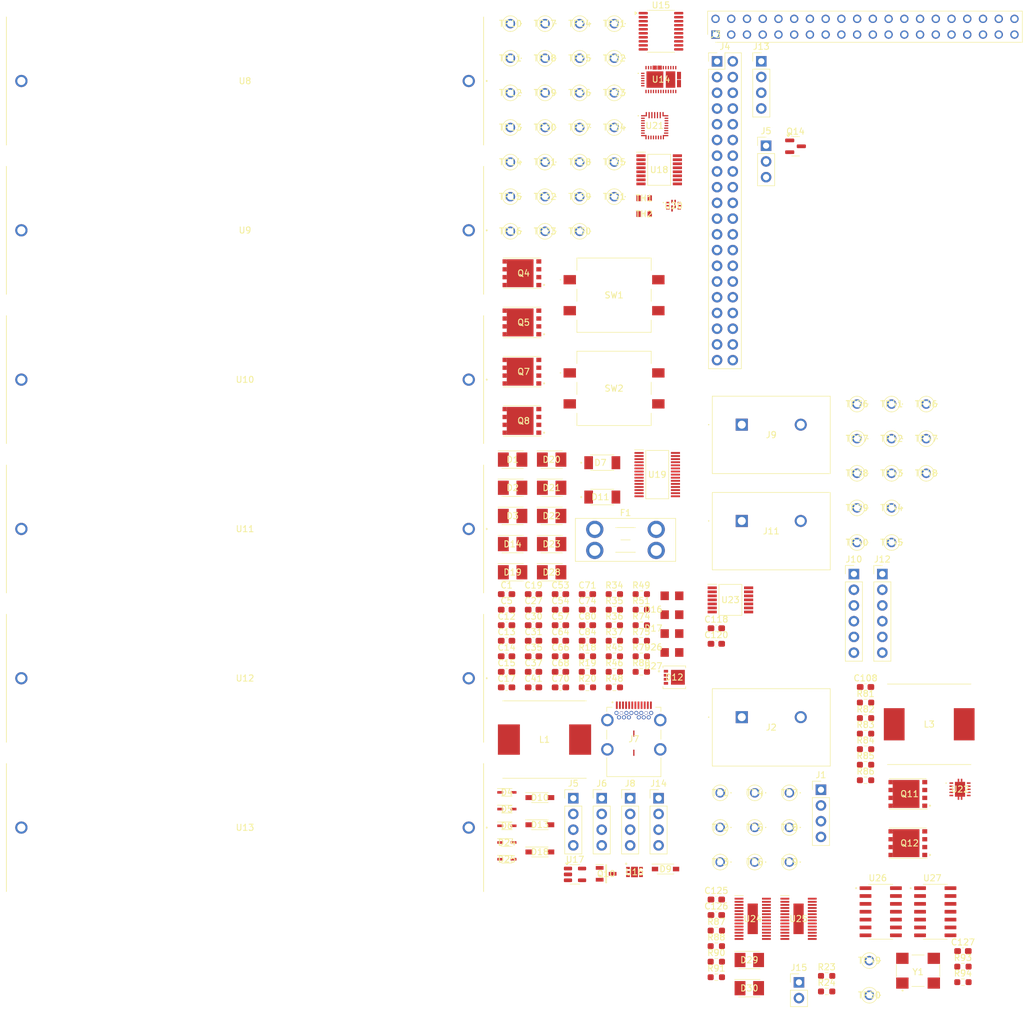
<source format=kicad_pcb>
(kicad_pcb (version 20241229) (generator "pcbnew") (generator_version "9.0")
  (layers (0 "F.Cu" signal) (2 "B.Cu" signal) (13 "F.Paste" user) (15 "B.Paste" user) (5 "F.SilkS" user "F.Silkscreen") (7 "B.SilkS" user "B.Silkscreen") (1 "F.Mask" user) (3 "B.Mask" user) (25 "Edge.Cuts" user))
  (net 0 "")
  (net 1 "GND")
  (net 2 "/BMS Protection Board/REGOUT")
  (net 3 "/BMS Protection Board/VC5")
  (net 4 "/BMS Protection Board/VC2")
  (net 5 "/BMS Protection Board/VC1")
  (net 6 "/BMS Protection Board/VC0")
  (net 7 "/BMS Protection Board/SRP")
  (net 8 "/BMS Protection Board/SRN")
  (net 9 "/BATT+")
  (net 10 "/P5V0")
  (net 11 "/BATT-")
  (net 12 "/BMS Protection Board/BAT")
  (net 13 "/BMS Protection Board/CAP1")
  (net 14 "/PACK+")
  (net 15 "/MOTOR2_nFAULT")
  (net 16 "/BMS Protection Board/TS1")
  (net 17 "/C2")
  (net 18 "/C1")
  (net 19 "/BMS Protection Board/CHG")
  (net 20 "/BMS Protection Board/DSG")
  (net 21 "/BMS Protection Board/DSG_EN")
  (net 22 "/BMS Protection Board/CHG_EN")
  (net 23 "/BMS Protection Board/P3V3")
  (net 24 "/MOTOR1_nFAULT")
  (net 25 "/BMS Protection Board/USB_C_N")
  (net 26 "/BMS Protection Board/USB_C_P")
  (net 27 "/BMS Protection Board/PACK-")
  (net 28 "Net-(D1-Pad1)")
  (net 29 "Net-(D2-Pad1)")
  (net 30 "Net-(D3-Pad1)")
  (net 31 "Net-(D4-K)")
  (net 32 "Net-(D5-K)")
  (net 33 "Net-(D6-K)")
  (net 34 "Net-(D30-Pad2)")
  (net 35 "/BMS Protection Board/SW2")
  (net 36 "/BMS Protection Board/SW1")
  (net 37 "/BMS Protection Board/BTST2")
  (net 38 "/BMS Protection Board/LDO_3V3")
  (net 39 "/BMS Protection Board/LDO_1V5")
  (net 40 "/BMS Protection Board/BTST1")
  (net 41 "/BMS Protection Board/PD_VAC")
  (net 42 "/BMS Protection Board/STAT_1_2")
  (net 43 "/BMS Protection Board/AFE_SDA")
  (net 44 "/BMS Protection Board/AFE_SCL")
  (net 45 "/BMS Protection Board/TS_1_2")
  (net 46 "/BMS Protection Board/PD_SDA")
  (net 47 "BQ25798_GNDA")
  (net 48 "/BMS Protection Board/PD_SCL")
  (net 49 "/BMS Protection Board/SDRV_1_2")
  (net 50 "/Motor Control Board/Motor 6V Line/PACK+")
  (net 51 "/Motor Control Board/Motor 6V Line/6V")
  (net 52 "/C3")
  (net 53 "/C0")
  (net 54 "/ENCODER2_LFLAG{slash}")
  (net 55 "/MCU_P3V3")
  (net 56 "/MCU/5V")
  (net 57 "/MOTOR1_EN_IN1")
  (net 58 "/MCU/SDA")
  (net 59 "/ENCODER2_nCS")
  (net 60 "/SPI_SCLK")
  (net 61 "/MOTOR1_nCS")
  (net 62 "/MCU/SCL")
  (net 63 "/MCU/IO20")
  (net 64 "/SPI_SDI")
  (net 65 "/MCU/TXD")
  (net 66 "/MCU/RXD")
  (net 67 "/MCU/GPCLK0")
  (net 68 "/MCU/IO21")
  (net 69 "/MCU/PCM_FS")
  (net 70 "/MOTOR1_PH_IN2")
  (net 71 "/ENCODER1_nCS")
  (net 72 "/MOTOR2_EN_IN1")
  (net 73 "/MCU/IO16")
  (net 74 "/SPI_SDO")
  (net 75 "/MCU/PCM_CLK")
  (net 76 "/ENCODER1_LFLAG{slash}")
  (net 77 "/MOTOR2_nCS")
  (net 78 "/MOTOR2_PH_IN2")
  (net 79 "/MCU/ID_SD")
  (net 80 "/Motor Control Board/ENCODER1_OUTPUT1")
  (net 81 "/Motor Control Board/ENCODER1_OUTPUT2")
  (net 82 "/Motor Control Board/Quadrature Counter/FCKI")
  (net 83 "/Motor Control Board/ENCODER2_OUTPUT2")
  (net 84 "/Motor Control Board/ENCODER2_OUTPUT1")
  (net 85 "/Motor Control Board/MOTOR2_TERMINAL2")
  (net 86 "/Motor Control Board/P6V0")
  (net 87 "/Motor Control Board/MOTOR2_IPROPI")
  (net 88 "/Motor Control Board/MOTOR1_TERMINAL2")
  (net 89 "/Motor Control Board/MOTOR1_IPROPI")
  (net 90 "/Motor Control Board/MOTOR1_TERMINAL1")
  (net 91 "/Motor Control Board/Optical Encoder Headers/ENCODER2_OUTPUT2_5V")
  (net 92 "/Motor Control Board/Optical Encoder Headers/ENCODER2_OUTPUT1_5V")
  (net 93 "/Motor Control Board/Optical Encoder Headers/ENCODER1_OUTPUT1_5V")
  (net 94 "/Motor Control Board/Optical Encoder Headers/ENCODER1_OUTPUT2_5V")
  (net 95 "/BMS Protection Board/PCHG")
  (net 96 "Net-(Q4-G)")
  (net 97 "Net-(Q5-G)")
  (net 98 "Net-(Q7-G)")
  (net 99 "Net-(Q8-G)")
  (net 100 "Net-(U19-LED1)")
  (net 101 "Net-(U19-LED2)")
  (net 102 "Net-(U19-LED3)")
  (net 103 "Net-(U19-LED4)")
  (net 104 "Net-(U19-LED5)")
  (net 105 "Net-(U15-ALERT)")
  (net 108 "/Motor Control Board/Optical Encoder Headers/ENC_GND")
  (net 109 "Net-(C14-Pad2)")
  (net 110 "Net-(C30-Pad2)")
  (net 111 "/BMS Protection Board/VBUS")
  (net 112 "Net-(U19-RBI)")
  (net 113 "/PACK-")
  (net 114 "/BMS Protection Board/DRAIN")
  (net 115 "/BMS Protection Board/ADCIN1")
  (net 116 "/BMS Protection Board/C_CC1")
  (net 117 "/BMS Protection Board/C_CC2")
  (net 118 "/BMS Protection Board/CP_EN")
  (net 119 "/BMS Protection Board/PCHG_EN")
  (net 120 "/BMS Protection Board/PMON_EN")
  (net 121 "/BMS Protection Board/PACKDIV")
  (net 122 "/BMS Protection Board/VC3")
  (net 123 "Net-(Q6-S)")
  (net 124 "Net-(U19-VAUX)")
  (net 126 "Net-(U18-CHG)")
  (net 127 "Net-(U18-PACK)")
  (net 129 "Net-(U18-BAT)")
  (net 130 "Net-(U18-VDDCP)")
  (net 132 "Net-(U18-PCHG)")
  (net 133 "Net-(U19-~{MRST})")
  (net 135 "Net-(U19-SMBC)")
  (net 136 "/BMS Protection Board/ALERT")
  (net 139 "Net-(U19-SMBD)")
  (net 140 "Net-(U20-BST)")
  (net 141 "Net-(U20-SW)")
  (net 142 "Net-(U22-SW)")
  (net 143 "Net-(U22-BOOT)")
  (net 144 "Net-(U21-PROG)")
  (net 145 "Net-(U21-REGN)")
  (net 146 "Net-(U22-PGOOD)")
  (net 147 "Net-(U22-BP)")
  (net 148 "Net-(U22-FB)")
  (net 149 "Net-(SW2-COM_1)")
  (net 150 "Net-(U20-VCC)")
  (net 151 "Net-(U20-PG)")
  (net 152 "Net-(U20-FB)")
  (net 156 "Net-(U21-PMID)")
  (net 157 "Net-(U21-BATP)")
  (net 158 "Net-(U21-ILIM_HIZ)")
  (net 159 "Net-(U22-COMP)")
  (net 160 "Net-(U22-EN{slash}SS)")
  (net 165 "Net-(Q10-D)")
  (net 166 "Net-(Q11-G)")
  (net 167 "/BMS Protection Board/SMBC")
  (net 168 "Net-(D10-A)")
  (net 169 "Net-(Q14-E)")
  (net 170 "Net-(D9-K)")
  (net 171 "Net-(D14-Pad2)")
  (net 172 "Net-(D18-A)")
  (net 173 "Net-(D18-K)")
  (net 174 "Net-(D24-K)")
  (net 175 "Net-(D25-K)")
  (net 176 "Net-(D28-Pad2)")
  (net 177 "Net-(D29-Pad2)")
  (net 179 "Net-(J6-Pin_2)")
  (net 180 "Net-(J6-Pin_3)")
  (net 191 "Net-(Q12-G)")
  (net 192 "Net-(Q9-D)")
  (net 193 "Net-(R46-Pad1)")
  (net 194 "Net-(C107-Pad2)")
  (net 195 "Net-(C109-Pad1)")
  (net 196 "Net-(SW1-COM_2)")
  (net 197 "/MCU/CAM_INT")
  (net 198 "/MCU/CAM_FSYNC")
  (net 199 "/BMS Protection Board/REGSRC")
  (net 200 "Net-(D7-A1)")
  (net 201 "Net-(J15-Pin_2)")
  (net 202 "Net-(D19-Pad2)")
  (net 203 "Net-(D20-Pad2)")
  (net 204 "Net-(D21-Pad2)")
  (net 205 "Net-(D22-Pad2)")
  (net 206 "Net-(D23-Pad2)")
  (footprint "DRV8243SQDGQRQ1:SOP50P490X110-29N" (layer "F.Cu") (at 347.6525 335.77)
    (property "Reference" "U24")
    (property "Value" "DRV8243SQDGQRQ1 (S-Variant)" (hide yes))
  )
  (footprint "Resistor_SMD:R_0603_1608Metric_Pad0.98x0.95mm_HandSolder" (layer "F.Cu") (at 329.6675 283.33)
    (property "Reference" "R49")
    (property "Value" "300k±0.1%")
  )
  (footprint "3825:3825" (layer "F.Cu") (at 370.0775 263.81)
    (property "Reference" "TP43")
    (property "Value" "TestPoint" (hide yes))
  )
  (footprint "Capacitor_SMD:C_0603_1608Metric_Pad1.08x0.95mm_HandSolder" (layer "F.Cu") (at 320.9675 283.33)
    (property "Reference" "C71")
    (property "Value" "100n")
  )
  (footprint "74LVC125APW,118:SOP65P640X110-14N" (layer "F.Cu") (at 344.0525 284.26)
    (property "Reference" "U23")
    (property "Value" "74LVC125APW_118" (hide yes))
  )
  (footprint "Package_TO_SOT_SMD:SOT-23-5" (layer "F.Cu") (at 318.9675 328.595)
    (property "Reference" "U17")
    (property "Value" "TLV75533PDBVR")
  )
  (footprint "DRV8243SQDGQRQ1:SOP50P490X110-29N" (layer "F.Cu") (at 355.0525 335.77)
    (property "Reference" "U25")
    (property "Value" "DRV8243SQDGQRQ1 (S-Variant)" (hide yes))
  )
  (footprint "PTS125SM73SMTR21M_LFS:PTS125SM73SMTR21MLFS" (layer "F.Cu") (at 325.2675 235.05)
    (property "Reference" "SW1")
    (property "Value" "Boot" (hide yes))
  )
  (footprint "Capacitor_SMD:C_0603_1608Metric_Pad1.08x0.95mm_HandSolder" (layer "F.Cu") (at 312.2675 298.39)
    (property "Reference" "C41")
    (property "Value" "100n")
  )
  (footprint "3825:3825" (layer "F.Cu") (at 319.7175 213.55)
    (property "Reference" "TP28")
    (property "Value" "TestPoint" (hide yes))
  )
  (footprint "ASMM-CR03-BU802:LEDM3528X210N" (layer "F.Cu") (at 347.1025 342.42)
    (property "Reference" "D29")
    (property "Value" "RED" (hide yes))
  )
  (footprint "Capacitor_SMD:C_0603_1608Metric_Pad1.08x0.95mm_HandSolder" (layer "F.Cu") (at 320.9675 290.86)
    (property "Reference" "C84")
    (property "Value" "100n")
  )
  (footprint "3825:3825" (layer "F.Cu") (at 319.7175 219.14)
    (property "Reference" "TP29")
    (property "Value" "TestPoint" (hide yes))
  )
  (footprint "V5N3202HM3-I:DFN33A_VIS" (layer "F.Cu") (at 334.9961 296.7558)
    (property "Reference" "D12")
    (property "Value" "V5N3202HM3/I")
  )
  (footprint "3825:3825" (layer "F.Cu") (at 353.5775 321.01)
    (property "Reference" "TP8")
    (property "Value" "TestPoint" (hide yes))
  )
  (footprint "Resistor_SMD:R_0603_1608Metric_Pad0.98x0.95mm_HandSolder" (layer "F.Cu") (at 365.8675 305.86)
    (property "Reference" "R83")
    (property "Value" "7k68")
  )
  (footprint "Connector_PinHeader_2.54mm:PinHeader_1x04_P2.54mm_Vertical" (layer "F.Cu") (at 327.8675 316.29)
    (property "Reference" "J8")
    (property "Value" "SMB")
  )
  (footprint "Resistor_SMD:R_0603_1608Metric_Pad0.98x0.95mm_HandSolder" (layer "F.Cu") (at 329.6675 295.88)
    (property "Reference" "R80")
    (property "Value" "30k1")
  )
  (footprint "TPS566238PRQFR:TPS566238PRQFR" (layer "F.Cu") (at 334.8775 220.59)
    (property "Reference" "U20")
    (property "Value" "TPS566238PRQFR" (hide yes))
  )
  (footprint "3825:3825" (layer "F.Cu") (at 325.3075 191.19)
    (property "Reference" "TP31")
    (property "Value" "TestPoint" (hide yes))
  )
  (footprint "ASMM-CR03-BU802:LEDM3528X210N" (layer "F.Cu") (at 315.1925 266.15)
    (property "Reference" "D21")
    (property "Value" "GREEN" (hide yes))
  )
  (footprint "Connector_PinHeader_2.54mm:PinHeader_1x06_P2.54mm_Vertical" (layer "F.Cu") (at 363.9875 280.08)
    (property "Reference" "J10")
    (property "Value" "Optical Encoder 1")
  )
  (footprint "3825:3825" (layer "F.Cu") (at 314.1275 202.37)
    (property "Reference" "TP19")
    (property "Value" "TestPoint" (hide yes))
  )
  (footprint "Capacitor_SMD:C_0603_1608Metric_Pad1.08x0.95mm_HandSolder" (layer "F.Cu") (at 316.6175 285.84)
    (property "Reference" "C54")
    (property "Value" "100n")
  )
  (footprint "DDZ5V6ASF-7:SODFL2512X75N" (layer "F.Cu") (at 307.9675 320.745)
    (property "Reference" "D6")
    (property "Value" "5V6" (hide yes))
  )
  (footprint "3825:3825" (layer "F.Cu") (at 366.4875 348.11)
    (property "Reference" "TP50")
    (property "Value" "TestPoint" (hide yes))
  )
  (footprint "3825:3825" (layer "F.Cu") (at 353.5775 315.42)
    (property "Reference" "TP7")
    (property "Value" "TestPoint" (hide yes))
  )
  (footprint "82306050029:WESURGE_0603134" (layer "F.Cu") (at 334.6175 283.6)
    (property "Reference" "D16")
    (property "Value" "82306050029" (hide yes))
  )
  (footprint "Capacitor_SMD:C_0603_1608Metric_Pad1.08x0.95mm_HandSolder" (layer "F.Cu") (at 341.7775 291.35)
    (property "Reference" "C120")
    (property "Value" "100n")
  )
  (footprint "Connector_PinHeader_2.54mm:PinHeader_1x04_P2.54mm_Vertical" (layer "F.Cu") (at 332.4575 316.29)
    (property "Reference" "J14")
    (property "Value" "BMS_I2C")
  )
  (footprint "Capacitor_SMD:C_0603_1608Metric_Pad1.08x0.95mm_HandSolder" (layer "F.Cu") (at 307.9175 283.33)
    (property "Reference" "C1")
    (property "Value" "100n")
  )
  (footprint "796739-2:7967392" (layer "F.Cu") (at 345.8875 255.96)
    (property "Reference" "J9")
    (property "Value" "796739-2" (hide yes))
  )
  (footprint "3825:3825" (layer "F.Cu") (at 325.3075 219.14)
    (property "Reference" "TP51")
    (property "Value" "TestPoint" (hide yes))
  )
  (footprint "Resistor_SMD:R_0603_1608Metric_Pad0.98x0.95mm_HandSolder" (layer "F.Cu") (at 329.6675 285.84)
    (property "Reference" "R51")
    (property "Value" "10k±0.1%")
  )
  (footprint "Fuse:Fuseholder_Blade_Mini_Keystone_3568" (layer "F.Cu") (at 322.1575 272.87)
    (property "Reference" "F1")
    (property "Value" "3568")
  )
  (footprint "Capacitor_SMD:C_0603_1608Metric_Pad1.08x0.95mm_HandSolder" (layer "F.Cu") (at 316.6175 288.35)
    (property "Reference" "C57")
    (property "Value" "100n")
  )
  (footprint "PA4343.222NLT:INDPM135125X650N" (layer "F.Cu") (at 314.0425 306.82)
    (property "Reference" "L1")
    (property "Value" "PA4343.222NLT" (hide yes))
  )
  (footprint "Resistor_SMD:R_0603_1608Metric_Pad0.98x0.95mm_HandSolder" (layer "F.Cu") (at 325.3175 290.86)
    (property "Reference" "R37")
    (property "Value" "10M")
  )
  (footprint "Capacitor_SMD:C_0603_1608Metric_Pad1.08x0.95mm_HandSolder" (layer "F.Cu") (at 316.6175 290.86)
    (property "Reference" "C64")
    (property "Value" "100n")
  )
  (footprint "Resistor_SMD:R_0603_1608Metric_Pad0.98x0.95mm_HandSolder" (layer "F.Cu") (at 365.8675 308.37)
    (property "Reference" "R84")
    (property "Value" "309R")
  )
  (footprint "BSS123:SOT96P237X111-3N" (layer "F.Cu") (at 323.9925 328.5)
    (property "Reference" "Q10")
    (property "Value" "BSS123" (hide yes))
  )
  (footprint "3825:3825" (layer "F.Cu") (at 308.5375 207.96)
    (property "Reference" "TP13")
    (property "Value" "TestPoint" (hide yes))
  )
  (footprint "Resistor_SMD:R_0603_1608Metric_Pad0.98x0.95mm_HandSolder" (layer "F.Cu") (at 320.9675 293.37)
    (property "Reference" "R18")
    (property "Value" "3k3")
  )
  (footprint "Capacitor_SMD:C_0603_1608Metric_Pad1.08x0.95mm_HandSolder" (layer "F.Cu") (at 307.9175 295.88)
    (property "Reference" "C15")
    (property "Value" "100n")
  )
  (footprint "Capacitor_SMD:C_0603_1608Metric_Pad1.08x0.95mm_HandSolder" (layer "F.Cu") (at 307.9175 290.86)
    (property "Reference" "C13")
    (property "Value" "100n")
  )
  (footprint "1043:1043" (layer "F.Cu") (at 301.8125 296.917)
    (property "Reference" "U12")
    (property "Value" "Cell4" (hide yes))
  )
  (footprint "3825:3825" (layer "F.Cu") (at 347.9875 315.42)
    (property "Reference" "TP4")
    (property "Value" "TestPoint" (hide yes))
  )
  (footprint "PTS125SM73SMTR21M_LFS:PTS125SM73SMTR21MLFS" (layer "F.Cu") (at 325.2675 250.1)
    (property "Reference" "SW2")
    (property "Value" "BATT" (hide yes))
  )
  (footprint "Capacitor_SMD:C_0603_1608Metric_Pad1.08x0.95mm_HandSolder" (layer "F.Cu") (at 312.2675 283.33)
    (property "Reference" "C19")
    (property "Value" "100n")
  )
  (footprint "3825:3825" (layer "F.Cu") (at 364.4875 269.4)
    (property "Reference" "TP39")
    (property "Value" "TestPoint" (hide yes))
  )
  (footprint "BQ25798RQMR:BQ25798RQMR" (layer "F.Cu") (at 331.8275 207.67)
    (property "Reference" "U21")
    (property "Value" "BQ25798RQMR" (hide yes))
  )
  (footprint "3825:3825" (layer "F.Cu") (at 325.3075 202.37)
    (property "Reference" "TP33")
    (property "Value" "TestPoint" (hide yes))
  )
  (footprint "3825:3825" (layer "F.Cu") (at 364.4875 258.22)
    (property "Reference" "TP37")
    (property "Value" "TestPoint" (hide yes))
  )
  (footprint "MMSZ3V9T1G:SOD3716X135N" (layer "F.Cu") (at 313.2925 320.58)
    (property "Reference" "D13")
    (property "Value" "16V" (hide yes))
  )
  (footprint "ASMM-CR03-BU802:LEDM3528X210N" (layer "F.Cu") (at 308.8925 275.25)
    (property "Reference" "D14")
    (property "Value" "RED" (hide yes))
  )
  (footprint "3825:3825" (layer "F.Cu") (at 375.6675 252.63)
    (property "Reference" "TP46")
    (property "Value" "TestPoint" (hide yes))
  )
  (footprint "Capacitor_SMD:C_0603_1608Metric_Pad1.08x0.95mm_HandSolder" (layer "F.Cu") (at 341.7775 288.84)
    (property "Reference" "C118")
    (property "Value" "100n")
  )
  (footprint "ASMM-CR03-BU802:LEDM3528X210N" (layer "F.Cu") (at 347.1025 346.97)
    (property "Reference" "D30")
    (property "Value" "RED" (hide yes))
  )
  (footprint "1043:1043" (layer "F.Cu") (at 301.8125 200.453)
    (property "Reference" "U8")
    (property "Value" "Cell6" (hide yes))
  )
  (footprint "Resistor_SMD:R_0603_1608Metric_Pad0.98x0.95mm_HandSolder" (layer "F.Cu") (at 325.3175 283.33)
    (property "Reference" "R34")
    (property "Value" "10M")
  )
  (footprint "Capacitor_SMD:C_0603_1608Metric_Pad1.08x0.95mm_HandSolder" (layer "F.Cu") (at 307.9175 298.39)
    (property "Reference" "C17")
    (property "Value" "100n")
  )
  (footprint "ASV-30.000MHZ-E-T:ASV25000MHZEJT" (layer "F.Cu") (at 374.3475 344.35)
    (property "Reference" "Y1")
    (property "Value" "ASV-30.000MHZ-E-T" (hide yes))
  )
  (footprint "3825:3825" (layer "F.Cu") (at 370.0775 258.22)
    (property "Reference" "TP42")
    (property "Value" "TestPoint" (hide yes))
  )
  (footprint "ASMM-CR03-BU802:LEDM3528X210N" (layer "F.Cu") (at 308.8925 270.7)
    (property "Reference" "D3")
    (property "Value" "RED" (hide yes))
  )
  (footprint "82306050029:WESURGE_0603134" (layer "F.Cu") (at 334.6175 286.65)
    (property "Reference" "D17")
    (property "Value" "82306050029" (hide yes))
  )
  (footprint "Capacitor_SMD:C_0603_1608Metric_Pad1.08x0.95mm_HandSolder" (layer "F.Cu") (at 312.2675 288.35)
    (property "Reference" "C30")
    (property "Value" "100n")
  )
  (footprint "LS7366R_S:SOIC127P600X175-14N" (layer "F.Cu") (at 377.1205 334.625)
    (property "Reference" "U27")
    (property "Value" "LS7366R-S")
  )
  (footprint "3825:3825" (layer "F.Cu") (at 370.0775 274.99)
    (property "Reference" "TP45")
    (property "Value" "TestPoint" (hide yes))
  )
  (footprint "Resistor_SMD:R_0603_1608Metric_Pad0.98x0.95mm_HandSolder" (layer "F.Cu") (at 365.8675 313.39)
    (property "Reference" "R86")
    (property "Value" "1k")
  )
  (footprint "Resistor_SMD:R_0603_1608Metric_Pad0.98x0.95mm_HandSolder" (layer "F.Cu") (at 325.3175 285.84)
    (property "Reference" "R35")
    (property "Value" "4k7")
  )
  (footprint "DDZ5V6ASF-7:SODFL2512X75N" (layer "F.Cu") (at 307.9675 326.145)
    (property "Reference" "D25")
    (property "Value" "5V6" (hide yes))
  )
  (footprint "Connector_PinHeader_2.54mm:PinHeader_1x02_P2.54mm_Vertical" (layer "F.Cu") (at 355.1175 346.03)
    (property "Reference" "J15")
    (property "Value" "Conn_01x02")
  )
  (footprint "Resistor_SMD:R_0603_1608Metric_Pad0.98x0.95mm_HandSolder" (layer "F.Cu") (at 365.8675 303.35)
    (property "Reference" "R82")
    (property "Value" "1k37")
  )
  (footprint "3825:3825" (layer "F.Cu") (at 308.5375 191.19)
    (property "Reference" "TP10")
    (property "Value" "TestPoint" (hide yes))
  )
  (footprint "Capacitor_SMD:C_0603_1608Metric_Pad1.08x0.95mm_HandSolder" (layer "F.Cu") (at 320.9675 285.84)
    (property "Reference" "C74")
    (property "Value" "100n")
  )
  (footprint "Capacitor_SMD:C_0603_1608Metric_Pad1.08x0.95mm_HandSolder" (layer "F.Cu") (at 341.7775 332.65)
    (property "Reference" "C125")
    (property "Value" "100n")
  )
  (footprint "3825:3825" (layer "F.Cu") (at 319.7175 207.96)
    (property "Reference" "TP27")
    (property "Value" "TestPoint" (hide yes))
  )
  (footprint "ASMM-CR03-BU802:LEDM3528X210N" (layer "F.Cu") (at 308.8925 266.15)
    (property "Reference" "D2")
    (property "Value" "RED" (hide yes))
  )
  (footprint "Connector_PinHeader_2.54mm:PinHeader_1x03_P2.54mm_Vertical" (layer "F.Cu") (at 349.8125 210.905)
    (property "Reference" "J5")
    (property "Value" "PD_DBG")
  )
  (footprint "ASMM-CR03-BU802:LEDM3528X210N" (layer "F.Cu") (at 315.1925 279.8)
    (property "Reference" "D28")
    (property "Value" "RED" (hide yes))
  )
  (footprint "CSD19531Q5AT:CSD19531Q5AT" (layer "F.Cu") (at 372.9715 323.55)
    (property "Reference" "Q12")
    (property "Value" "CSD19531Q5AT" (hide yes))
  )
  (footprint "3825:3825" (layer "F.Cu") (at 347.9875 326.6)
    (property "Reference" "TP6")
    (property "Value" "TestPoint" (hide yes))
  )
  (footprint "Connector_PinHeader_2.54mm:PinHeader_1x06_P2.54mm_Vertical" (layer "F.Cu") (at 368.5775 280.08)
    (property "Reference" "J12")
    (property "Value" "Optical Encoder 2")
  )
  (footprint "3825:3825" (layer "F.Cu") (at 319.7175 191.19)
    (property "Reference" "TP24")
    (property "Value" "TestPoint" (hide yes))
  )
  (footprint "1N4148W:SODFL3816X120N" (layer "F.Cu") (at 333.5775 327.73)
    (property "Reference" "D9")
    (property "Value" "1N4148W" (hide yes))
  )
  (footprint "MMSZ3V9T1G:SOD3716X135N" (layer "F.Cu") (at 313.2925 316.19)
    (property "Reference" "D10")
    (property "Value" "16V" (hide yes))
  )
  (footprint "3825:3825" (layer "F.Cu") (at 366.4875 342.52)
    (property "Reference" "TP49")
    (property "Value" "TestPoint" (hide yes))
  )
  (footprint "3825:3825" (layer "F.Cu") (at 370.0775 252.63)
    (property "Reference" "TP41")
    (property "Value" "TestPoint" (hide yes))
  )
  (footprint "CSD19531Q5AT:CSD19531Q5AT" (layer "F.Cu") (at 310.6715 239.45)
    (property "Reference" "Q5")
    (property "Value" "CSD19531Q5AT" (hide yes))
  )
  (footprint "3825:3825" (layer "F.Cu") (at 314.1275 224.73)
    (property "Reference" "TP23")
    (property "Value" "TestPoint" (hide yes))
  )
  (footprint "TPS25751DREFR:TPS25751DREFR" (layer "F.Cu") (at 332.8275 200.22)
    (property "Reference" "U14")
    (property "Value" "TPS25751DREFR" (hide yes))
  )
  (footprint "3825:3825" (layer "F.Cu") (at 308.5375 219.14)
    (property "Reference" "TP15")
    (property "Value" "TestPoint" (hide yes))
  )
  (footprint "796739-2:7967392" (layer "F.Cu") (at 345.8875 303.2)
    (property "Reference" "J2")
    (property "Value" "Battery Input" (hide yes))
  )
  (footprint "Resistor_SMD:R_0603_1608Metric_Pad0.98x0.95mm_HandSolder" (layer "F.Cu") (at 365.8675 300.84)
    (property "Reference" "R81")
    (property "Value" "100k")
  )
  (footprint "BQ76200PWR:SOP65P640X120-16N" (layer "F.Cu") (at 332.5525 214.795)
    (property "Reference" "U18")
    (property "Value" "BQ76200PW" (hide yes))
  )
  (footprint "3825:3825" (layer "F.Cu") (at 308.5375 224.73)
    (property "Reference" "TP16")
    (property "Value" "TestPoint" (hide yes))
  )
  (footprint "7-534206-0:SHDR40W69P254_2X20_5080X503X813P" (layer "F.Cu") (at 341.6475 192.955)
    (property "Reference" "J3")
    (property "Value" "Conn_02x20_Odd_Even" (hide yes))
  )
  (footprint "CSD19531Q5AT:CSD19531Q5AT" (layer "F.Cu") (at 310.6715 247.4)
    (property "Reference" "Q7")
    (property "Value" "CSD19531Q5AT" (hide yes))
  )
  (footprint "3825:3825" (layer "F.Cu") (at 347.9875 321.01)
    (property "Reference" "TP5")
    (property "Value" "TestPoint" (hide yes))
  )
  (footprint "Package_TO_SOT_SMD:SOT-23" (layer "F.Cu") (at 354.5625 211)
    (property "Reference" "Q14")
    (property "Value" "MMBT3904")
  )
  (footprint "3825:3825" (layer "F.Cu") (at 314.1275 213.55)
    (property "Reference" "TP21")
    (property "Value" "TestPoint" (hide yes))
  )
  (footprint "Resistor_SMD:R_0603_1608Metric_Pad0.98x0.95mm_HandSolder" (layer "F.Cu") (at 325.3175 293.37)
    (property "Reference" "R45")
    (property "Value" "300k±0.1%")
  )
  (footprint "3825:3825" (layer "F.Cu") (at 342.3975 321.01)
    (property "Reference" "TP2")
    (property "Value" "TestPoint" (hide yes))
  )
  (footprint "3825:3825" (layer "F.Cu") (at 353.5775 326.6)
    (property "Reference" "TP9")
    (property "Value" "TestPoint" (hide yes))
  )
  (footprint "Resistor_SMD:R_0603_1608Metric_Pad0.98x0.95mm_HandSolder" (layer "F.Cu") (at 359.5875 344.99)
    (property "Reference" "R23")
    (property "Value" "4k7")
  )
  (footprint "LS7366R_S:SOIC127P600X175-14N" (layer "F.Cu") (at 368.3165 334.625)
    (property "Reference" "U26")
    (property "Value" "LS7366R-S")
  )
  (footprint "3825:3825" (layer "F.Cu") (at 308.5375 213.55)
    (property "Reference" "TP14")
    (property "Value" "TestPoint" (hide yes))
  )
  (footprint "TVS2200DRVR:SON65P200X200X80-7N" (layer "F.Cu") (at 328.5675 328.205)
    (property "Reference" "U16")
    (property "Value" "TVS2200DRV" (hide yes))
  )
  (footprint "Resistor_SMD:R_0603_1608Metric_Pad0.98x0.95mm_HandSolder" (layer "F.Cu") (at 341.7775 345.2)
    (property "Reference" "R91")
    (property "Value" "820R")
  )
  (footprint "NTCGS163JX103DT7:THRMC1608X90N" (layer "F.Cu") (at 330.1275 219.39)
    (property "Reference" "TH1")
    (property "Value" "NTCGS163JX103DT7" (hide yes))
  )
  (footprint "Capacitor_SMD:C_0603_1608Metric_Pad1.08x0.95mm_HandSolder" (layer "F.Cu") (at 365.8675 298.33)
    (property "Reference" "C108")
    (property "Value" "100n")
  )
  (footprint "Resistor_SMD:R_0603_1608Metric_Pad0.98x0.95mm_HandSolder" (layer "F.Cu") (at 329.6675 293.37)
    (property "Reference" "R79")
    (property "Value" "5k3")
  )
  (footprint "3825:3825" (layer "F.Cu") (at 314.1275 207.96)
    (property "Reference" "TP20")
    (property "Value" "TestPoint" (hide yes))
  )
  (footprint "Capacitor_SMD:C_0603_1608Metric_Pad1.08x0.95mm_HandSolder" (layer "F.Cu") (at 381.5875 340.98)
    (property "Reference" "C127")
    (property "Value" "100n")
  )
  (footprint "Resistor_SMD:R_0603_1608Metric_Pad0.98x0.95mm_HandSolder" (layer "F.Cu") (at 359.5875 347.5)
    (property "Reference" "R24")
    (property "Value" "4k7")
  )
  (footprint "Resistor_SMD:R_0603_1608Metric_Pad0.98x0.95mm_HandSolder" (layer "F.Cu") (at 365.8675 310.88)
    (property "Reference" "R85")
    (property "Value" "10k")
  )
  (footprint "3825:3825" (layer "F.Cu") (at 325.3075 213.55)
    (property "Reference" "TP35")
    (property "Value" "TestPoint" (hide yes))
  )
  (footprint "ASMM-CR03-BU802:LEDM3528X210N" (layer "F.Cu") (at 315.1925 261.6)
    (property "Reference" "D20")
    (property "Value" "GREEN" (hide yes))
  )
  (footprint "Resistor_SMD:R_0603_1608Metric_Pad0.98x0.95mm_HandSolder" (layer "F.Cu") (at 325.3175 298.39)
    (property "Reference" "R48")
    (property "Value" "23k91±0.1%")
  )
  (footprint "Capacitor_SMD:C_0603_1608Metric_Pad1.08x0.95mm_HandSolder" (layer "F.Cu") (at 312.2675 290.86)
    (property "Reference" "C31")
    (property "Value" "100n")
  )
  (footprint "Capacitor_SMD:C_0603_1608Metric_Pad1.08x0.95mm_HandSolder" (layer "F.Cu") (at 307.9175 293.37)
    (property "Reference" "C14")
    (property "Value" "100n")
  )
  (footprint "Connector_PinHeader_2.54mm:PinHeader_2x20_P2.54mm_Vertical" (layer "F.Cu") (at 341.8975 197.28)
    (property "Reference" "J4")
    (property "Value" "Conn_02x20_Odd_Even")
  )
  (footprint "ASMM-CR03-BU802:LEDM3528X210N" (layer "F.Cu") (at 315.1925 275.25)
    (property "Reference" "D23")
    (property "Value" "GREEN" (hide yes))
  )
  (footprint "Capacitor_SMD:C_0603_1608Metric_Pad1.08x0.95mm_HandSolder" (layer "F.Cu") (at 312.2675 285.84)
    (property "Reference" "C27")
    (property "Value" "100n")
  )
  (footprint "SS-52400-002:SS52400002" (layer "F.Cu") (at 328.4625 306.75)
    (property "Reference" "J7")
    (property "Value" "SS-52400-002" (hide yes))
  )
  (footprint "3825:3825" (layer "F.Cu") (at 319.7175 196.78)
    (property "Reference" "TP25")
    (property "Value" "TestPoint" (hide yes))
  )
  (footprint "3825:3825" (layer "F.Cu") (at 342.3975 326.6)
    (property "Reference" "TP3")
    (property "Value" "TestPoint" (hide yes))
  )
  (footprint "3825:3825" (layer "F.Cu") (at 375.6675 258.22)
    (property "Reference" "TP47")
    (property "Value" "TestPoint" (hide yes))
  )
  (footprint "Resistor_SMD:R_0603_1608Metric_Pad0.98x0.95mm_HandSolder" (layer "F.Cu") (at 325.3175 288.35)
    (property "Reference" "R36")
    (property "Value" "4k7")
  )
  (footprint "Capacitor_SMD:C_0603_1608Metric_Pad1.08x0.95mm_HandSolder" (layer "F.Cu") (at 307.9175 285.84)
    (property "Reference" "C5")
    (property "Value" "100n")
  )
  (footprint "DDZ5V6ASF-7:SODFL2512X75N" (layer "F.Cu") (at 307.9675 315.345)
    (property "Reference" "D4")
    (property "Value" "5V6" (hide yes))
  )
  (footprint "Connector_PinHeader_2.54mm:PinHeader_1x04_P2.54mm_Vertical" (layer "F.Cu") (at 358.6675 314.92)
    (property "Reference" "J1")
    (property "Value" "Cell Sense Terminals")
  )
  (footprint "Connector_PinHeader_2.54mm:PinHeader_1x04_P2.54mm_Vertical" (layer "F.Cu") (at 318.6875 316.29)
    (property "Reference" "J5")
    (property "Value" "PD_DBG")
  )
  (footprint "Resistor_SMD:R_0603_1608Metric_Pad0.98x0.95mm_HandSolder" (layer "F.Cu") (at 341.7775 342.69)
    (property "Reference" "R90")
    (property "Value" "330R")
  )
  (footprint "CSD19531Q5AT:CSD19531Q5AT" (layer "F.Cu") (at 310.6715 231.5)
    (property "Reference" "Q4")
    (property "Value" "CSD19531Q5AT" (hide yes))
  )
  (footprint "Capacitor_SMD:C_0603_1608Metric_Pad1.08x0.95mm_HandSolder" (layer "F.Cu") (at 316.6175 298.39)
    (property "Reference" "C70")
    (property "Value" "100n")
  )
  (footprint "1043:1043" (layer "F.Cu") (at 301.8125 321.033)
    (property "Reference" "U13")
    (property "Value" "Cell1" (hide yes))
  )
  (footprint "3825:3825" (layer "F.Cu") (at 314.1275 191.19)
    (property "Reference" "TP17")
    (property "Value" "TestPoint" (hide yes))
  )
  (footprint "PTVS14VP1UP,115:PMEG3050EP115" (layer "F.Cu") (at 323.3675 267.65)
    (property "Reference" "D11")
    (property "Value" "PTVS14VP1UP,115" (hide yes))
  )
  (footprint "Resistor_SMD:R_0603_1608Metric_Pad0.98x0.95mm_HandSolder" (layer "F.Cu") (at 329.6675 288.35)
    (property "Reference" "R74")
    (property "Value" "10k5")
  )
  (footprint "Capacitor_SMD:C_0603_1608Metric_Pad1.08x0.95mm_HandSolder" (layer "F.Cu") (at 307.9175 288.35)
    (property "Reference" "C12")
    (property "Value" "100n")
  )
  (footprint "Resistor_SMD:R_0603_1608Metric_Pad0.98x0.95mm_HandSolder" (layer "F.Cu") (at 325.3175 295.88)
    (property "Reference" "R46")
    (property "Value" "300k±0.1%")
  )
  (footprint "Resistor_SMD:R_0603_1608Metric_Pad0.98x0.95mm_HandSolder" (layer "F.Cu") (at 320.9675 298.39)
    (property "Reference" "R20")
    (property "Value" "10M")
  )
  (footprint "3825:3825" (layer "F.Cu") (at 342.3975 315.42)
    (property "Reference" "TP1")
    (property "Value" "TestPoint" (hide yes))
  )
  (footprint "3825:3825" (layer "F.Cu") (at 375.6675 263.81)
    (property "Reference" "TP48")
    (property "Value" "TestPoint" (hide yes))
  )
  (footprint "Package_SO:TSSOP-20_4.4x6.5mm_P0.65mm" (layer "F.Cu") (at 332.8425 192.42)
    (property "Reference" "U15")
    (property "Value" "BQ7692000PWR")
  )
  (footprint "ASMM-CR03-BU802:LEDM3528X210N" (layer "F.Cu") (at 315.1925 270.7)
    (property "Reference" "D22")
    (property "Value" "GREEN" (hide yes))
  )
  (footprint "TPS40305DRCT:TPS40305DRCT" (layer "F.Cu") (at 381.1175 314.85)
    (property "Reference" "U22")
    (property "Value" "TPS40305DRCT" (hide yes))
  )
  (footprint "Connector_PinHeader_2.54mm:PinHeader_1x04_P2.54mm_Vertical" (layer "F.Cu") (at 349.0375 197.27)
    (property "Reference" "J13")
    (property "Value" "CAM")
  )
  (footprint "Capacitor_SMD:C_0603_1608Metric_Pad1.08x0.95mm_HandSolder" (layer "F.Cu") (at 316.6175 295.88)
    (property "Reference" "C68")
    (property "Value" "100n")
  )
  (footprint "82306050029:WESURGE_0603134" (layer "F.Cu") (at 334.6175 292.75)
    (property "Reference" "D27")
    (property "Value" "82306050029" (hide yes))
  )
  (footprint "Capacitor_SMD:C_0603_1608Metric_Pad1.08x0.95mm_HandSolder" (layer "F.Cu") (at 341.7775 335.16)
    (property "Reference" "C126")
    (property "Value" "100n")
  )
  (footprint "3825:3825" (layer "F.Cu") (at 364.4875 274.99)
    (property "Reference" "TP40")
    (property "Value" "TestPoint" (hide yes))
  )
  (footprint "3825:3825" (layer "F.Cu") (at 325.3075 207.96)
    (property "Reference" "TP34")
    (property "Value" "TestPoint" (hide yes))
  )
  (footprint "Capacitor_SMD:C_0603_1608Metric_Pad1.08x0.95mm_HandSolder" (layer "F.Cu") (at 312.2675 295.88)
    (property "Reference" "C37")
    (property "Value" "100n")
  )
  (footprint "Capacitor_SMD:C_0603_1608Metric_Pad1.08x0.95mm_HandSolder" (layer "F.Cu") (at 320.9675 288.35)
    (property "Reference" "C80")
    (property "Value" "100n")
  )
  (footprint "ASMM-CR03-BU802:LEDM3528X210N" (layer "F.Cu") (at 308.8925 279.8)
    (property "Reference" "D19")
    (property "Value" "GREEN" (hide yes))
  )
  (footprint "BQ78350DBT-R1A:SOP50P640X120-30N" (layer "F.Cu") (at 332.2425 264.025)
    (property "Reference" "U19")
    (property "Value" "BQ78350DBT-R1A" (hide yes))
  )
  (footprint "1043:1043" (layer "F.Cu") (at 301.8125 224.569)
    (property "Reference" "U9")
    (property "Value" "Cell2" (hide yes))
  )
  (footprint "NTCGS163JX103DT7:THRMC1608X90N" (layer "F.Cu") (at 330.1275 221.94)
    (property "Reference" "TH2")
    (property "Value" "NTCGS163JX103DT7" (hide yes))
  )
  (footprint "3825:3825" (layer "F.Cu") (at 314.1275 219.14)
    (property "Reference" "TP22")
    (property "Value" "TestPoint" (hide yes))
  )
  (footprint "1043:1043" (layer "F.Cu") (at 301.8125 248.685)
    (property "Reference" "U10")
    (property "Value" "Cell5" (hide yes))
  )
  (footprint "Resistor_SMD:R_0603_1608Metric_Pad0.98x0.95mm_HandSolder" (layer "F.Cu") (at 341.7775 340.18)
    (property "Reference" "R88")
    (property "Value" "4k7")
  )
  (footprint "1043:1043" (layer "F.Cu") (at 301.8125 272.801)
    (property "Reference" "U11")
    (property "Value" "Cell3" (hide yes))
  )
  (footprint "3825:3825" (layer "F.Cu") (at 319.7175 202.37)
    (property "Reference" "TP26")
    (property "Value" "TestPoint" (hide yes))
  )
  (footprint "Capacitor_SMD:C_0603_1608Metric_Pad1.08x0.95mm_HandSolder" (layer "F.Cu") (at 316.6175 293.37)
    (property "Reference" "C66")
    (property "Value" "100n")
  )
  (footprint "DDZ5V6ASF-7:SODFL2512X75N" (layer "F.Cu") (at 307.9675 318.045)
    (property "Reference" "D5")
    (property "Value" "5V6" (hide yes))
  )
  (footprint "Capacitor_SMD:C_0603_1608Metric_Pad1.08x0.95mm_HandSolder" (layer "F.Cu") (at 312.2675 293.37)
    (property "Reference" "C35")
    (property "Value" "100n")
  )
  (footprint "Resistor_SMD:R_0603_1608Metric_Pad0.98x0.95mm_HandSolder" (layer "F.Cu") (at 381.5875 346)
    (property "Reference" "R94")
    (property "Value" "4k7")
  )
  (footprint "ASMM-CR03-BU802:LEDM3528X210N" (layer "F.Cu") (at 308.8925 261.6)
    (property "Reference" "D1")
    (property "Value" "RED" (hide yes))
  )
  (footprint "3825:3825" (layer "F.Cu") (at 325.3075 196.78)
    (property "Reference" "TP32")
    (property "Value" "TestPoint" (hide yes))
  )
  (footprint "Resistor_SMD:R_0603_1608Metric_Pad0.98x0.95mm_HandSolder" (layer "F.Cu") (at 329.6675 290.86)
    (property "Reference" "R75")
    (property "Value" "4k7")
  )
  (footprint "796739-2:7967392" (layer "F.Cu") (at 345.8875 271.51)
    (property "Reference" "J11")
    (property "Value" "796739-2" (hide yes))
  )
  (footprint "Resistor_SMD:R_0603_1608Metric_Pad0.98x0.95mm_HandSolder" (layer "F.Cu") (at 320.9675 295.88)
    (property "Reference" "R19")
    (property "Value" "3k3")
  )
  (footprint "3825:3825" (layer "F.Cu") (at 364.4875 252.63)
    (property "Reference" "TP36")
    (property "Value" "TestPoint" (hide yes))
  )
  (footprint "3825:3825" (layer "F.Cu") (at 308.5375 202.37)
    (property "Reference" "TP12")
    (property "Value" "TestPoint" (hide yes))
  )
  (footprint "3825:3825" (layer "F.Cu") (at 364.4875 263.81)
    (property "Reference" "TP38")
    (property "Value" "TestPoint" (hide yes))
  )
  (footprint "MMSZ3V9T1G:SOD3716X135N" (layer "F.Cu") (at 313.2925 324.97)
    (property "Reference" "D18")
    (property "Value" "18V" (hide yes))
  )
  (footprint "Resistor_SMD:R_0603_1608Metric_Pad0.98x0.95mm_HandSolder" (layer "F.Cu") (at 341.7775 337.67)
    (property "Reference" "R87")
    (property "Value" "4k7")
  )
  (footprint "CSD19531Q5AT:CSD19531Q5AT" (layer "F.Cu") (at 310.6715 255.35)
    (property "Reference" "Q8")
    (property "Value" "CSD19531Q5AT" (hide yes))
  )
  (footprint "3825:3825" (layer "F.Cu") (at 319.7175 224.73)
    (property "Reference" "TP30")
    (property "Value" "TestPoint" (hide yes))
  )
  (footprint "3825:3825" (layer "F.Cu") (at 314.1275 196.78)
    (property "Reference" "TP18")
    (property "Value" "TestPoint" (hide yes))
  )
  (footprint "Capacitor_SMD:C_0603_1608Metric_Pad1.08x0.95mm_HandSolder" (layer "F.Cu") (at 316.6175 283.33)
    (property "Reference" "C53")
    (property "Value" "100n")
  )
  (footprint "3825:3825" (layer "F.Cu") (at 370.0775 269.4)
    (property "Reference" "TP44")
    (property "Value" "TestPoint" (hide yes))
  )
  (footprint "SPB1308-R44M:INDM135130X800N" (layer "F.Cu") (at 376.1425 304.35)
    (property "Reference" "L3")
    (property "Value" "SPB1308-R44M" (hide yes))
  )
  (footprint "Connector_PinHeader_2.54mm:PinHeader_1x04_P2.54mm_Vertical" (layer "F.Cu") (at 323.2775 316.29)
    (property "Reference" "J6")
    (property "Value" "PD_I2C")
  )
  (footprint "PTVS14VP1UP,115:PMEG3050EP115" (layer "F.Cu") (at 323.3675 262.1)
    (property "Reference" "D7")
    (property "Value" "PTVS14VP1UP,115" (hide yes))
  )
  (footprint "82306050029:WESURGE_0603134" (layer "F.Cu") (at 334.6175 289.7)
    (property "Reference" "D26")
    (property "Value" "82306050029" (hide yes))
  )
  (footprint "CSD19531Q5AT:CSD19531Q5AT" (layer "F.Cu") (at 372.9715 315.6)
    (property "Reference" "Q11")
    (property "Value" "CSD19531Q5AT" (hide yes))
  )
  (footprint "3825:3825" (layer "F.Cu") (at 308.5375 196.78)
    (property "Reference" "TP11")
    (property "Value" "TestPoint" (hide yes))
  )
  (footprint "Resistor_SMD:R_0603_1608Metric_Pad0.98x0.95mm_HandSolder" (layer "F.Cu") (at 381.5875 343.49)
    (property "Reference" "R93")
    (property "Value" "4k7")
  )
  (footprint "DDZ5V6ASF-7:SODFL2512X75N" (layer "F.Cu") (at 307.9675 323.445)
    (property "Reference" "D24")
    (property "Value" "5V6" (hide yes))
  )
)
</source>
